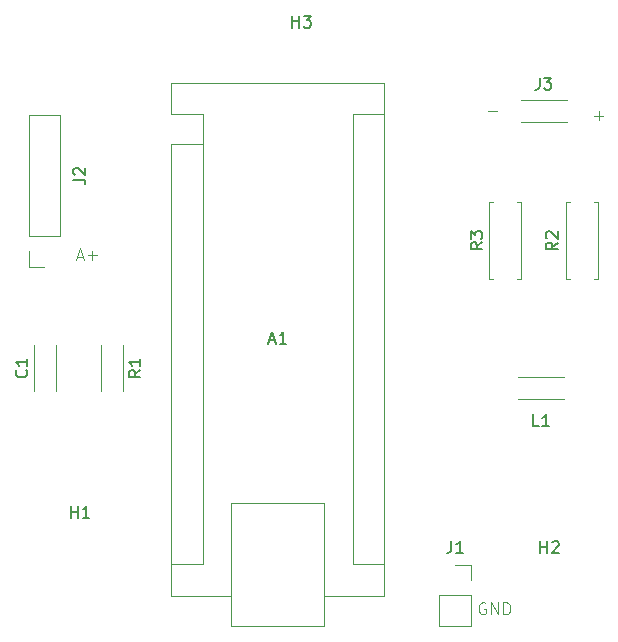
<source format=gbr>
%TF.GenerationSoftware,KiCad,Pcbnew,9.0.0*%
%TF.CreationDate,2025-03-11T22:59:59-03:00*%
%TF.ProjectId,TransmitterPCB,5472616e-736d-4697-9474-65725043422e,rev?*%
%TF.SameCoordinates,Original*%
%TF.FileFunction,Legend,Top*%
%TF.FilePolarity,Positive*%
%FSLAX46Y46*%
G04 Gerber Fmt 4.6, Leading zero omitted, Abs format (unit mm)*
G04 Created by KiCad (PCBNEW 9.0.0) date 2025-03-11 22:59:59*
%MOMM*%
%LPD*%
G01*
G04 APERTURE LIST*
%ADD10C,0.100000*%
%ADD11C,0.150000*%
%ADD12C,0.120000*%
G04 APERTURE END LIST*
D10*
X158577693Y-110920038D02*
X158482455Y-110872419D01*
X158482455Y-110872419D02*
X158339598Y-110872419D01*
X158339598Y-110872419D02*
X158196741Y-110920038D01*
X158196741Y-110920038D02*
X158101503Y-111015276D01*
X158101503Y-111015276D02*
X158053884Y-111110514D01*
X158053884Y-111110514D02*
X158006265Y-111300990D01*
X158006265Y-111300990D02*
X158006265Y-111443847D01*
X158006265Y-111443847D02*
X158053884Y-111634323D01*
X158053884Y-111634323D02*
X158101503Y-111729561D01*
X158101503Y-111729561D02*
X158196741Y-111824800D01*
X158196741Y-111824800D02*
X158339598Y-111872419D01*
X158339598Y-111872419D02*
X158434836Y-111872419D01*
X158434836Y-111872419D02*
X158577693Y-111824800D01*
X158577693Y-111824800D02*
X158625312Y-111777180D01*
X158625312Y-111777180D02*
X158625312Y-111443847D01*
X158625312Y-111443847D02*
X158434836Y-111443847D01*
X159053884Y-111872419D02*
X159053884Y-110872419D01*
X159053884Y-110872419D02*
X159625312Y-111872419D01*
X159625312Y-111872419D02*
X159625312Y-110872419D01*
X160101503Y-111872419D02*
X160101503Y-110872419D01*
X160101503Y-110872419D02*
X160339598Y-110872419D01*
X160339598Y-110872419D02*
X160482455Y-110920038D01*
X160482455Y-110920038D02*
X160577693Y-111015276D01*
X160577693Y-111015276D02*
X160625312Y-111110514D01*
X160625312Y-111110514D02*
X160672931Y-111300990D01*
X160672931Y-111300990D02*
X160672931Y-111443847D01*
X160672931Y-111443847D02*
X160625312Y-111634323D01*
X160625312Y-111634323D02*
X160577693Y-111729561D01*
X160577693Y-111729561D02*
X160482455Y-111824800D01*
X160482455Y-111824800D02*
X160339598Y-111872419D01*
X160339598Y-111872419D02*
X160101503Y-111872419D01*
X158803884Y-69241466D02*
X159565789Y-69241466D01*
X167803884Y-69661466D02*
X168565789Y-69661466D01*
X168184836Y-70042419D02*
X168184836Y-69280514D01*
X124006265Y-81586704D02*
X124482455Y-81586704D01*
X123911027Y-81872419D02*
X124244360Y-80872419D01*
X124244360Y-80872419D02*
X124577693Y-81872419D01*
X124911027Y-81491466D02*
X125672932Y-81491466D01*
X125291979Y-81872419D02*
X125291979Y-81110514D01*
D11*
X142238095Y-62204819D02*
X142238095Y-61204819D01*
X142238095Y-61681009D02*
X142809523Y-61681009D01*
X142809523Y-62204819D02*
X142809523Y-61204819D01*
X143190476Y-61204819D02*
X143809523Y-61204819D01*
X143809523Y-61204819D02*
X143476190Y-61585771D01*
X143476190Y-61585771D02*
X143619047Y-61585771D01*
X143619047Y-61585771D02*
X143714285Y-61633390D01*
X143714285Y-61633390D02*
X143761904Y-61681009D01*
X143761904Y-61681009D02*
X143809523Y-61776247D01*
X143809523Y-61776247D02*
X143809523Y-62014342D01*
X143809523Y-62014342D02*
X143761904Y-62109580D01*
X143761904Y-62109580D02*
X143714285Y-62157200D01*
X143714285Y-62157200D02*
X143619047Y-62204819D01*
X143619047Y-62204819D02*
X143333333Y-62204819D01*
X143333333Y-62204819D02*
X143238095Y-62157200D01*
X143238095Y-62157200D02*
X143190476Y-62109580D01*
X163238095Y-106704819D02*
X163238095Y-105704819D01*
X163238095Y-106181009D02*
X163809523Y-106181009D01*
X163809523Y-106704819D02*
X163809523Y-105704819D01*
X164238095Y-105800057D02*
X164285714Y-105752438D01*
X164285714Y-105752438D02*
X164380952Y-105704819D01*
X164380952Y-105704819D02*
X164619047Y-105704819D01*
X164619047Y-105704819D02*
X164714285Y-105752438D01*
X164714285Y-105752438D02*
X164761904Y-105800057D01*
X164761904Y-105800057D02*
X164809523Y-105895295D01*
X164809523Y-105895295D02*
X164809523Y-105990533D01*
X164809523Y-105990533D02*
X164761904Y-106133390D01*
X164761904Y-106133390D02*
X164190476Y-106704819D01*
X164190476Y-106704819D02*
X164809523Y-106704819D01*
X123488095Y-103704819D02*
X123488095Y-102704819D01*
X123488095Y-103181009D02*
X124059523Y-103181009D01*
X124059523Y-103704819D02*
X124059523Y-102704819D01*
X125059523Y-103704819D02*
X124488095Y-103704819D01*
X124773809Y-103704819D02*
X124773809Y-102704819D01*
X124773809Y-102704819D02*
X124678571Y-102847676D01*
X124678571Y-102847676D02*
X124583333Y-102942914D01*
X124583333Y-102942914D02*
X124488095Y-102990533D01*
X158334819Y-80396666D02*
X157858628Y-80729999D01*
X158334819Y-80968094D02*
X157334819Y-80968094D01*
X157334819Y-80968094D02*
X157334819Y-80587142D01*
X157334819Y-80587142D02*
X157382438Y-80491904D01*
X157382438Y-80491904D02*
X157430057Y-80444285D01*
X157430057Y-80444285D02*
X157525295Y-80396666D01*
X157525295Y-80396666D02*
X157668152Y-80396666D01*
X157668152Y-80396666D02*
X157763390Y-80444285D01*
X157763390Y-80444285D02*
X157811009Y-80491904D01*
X157811009Y-80491904D02*
X157858628Y-80587142D01*
X157858628Y-80587142D02*
X157858628Y-80968094D01*
X157334819Y-80063332D02*
X157334819Y-79444285D01*
X157334819Y-79444285D02*
X157715771Y-79777618D01*
X157715771Y-79777618D02*
X157715771Y-79634761D01*
X157715771Y-79634761D02*
X157763390Y-79539523D01*
X157763390Y-79539523D02*
X157811009Y-79491904D01*
X157811009Y-79491904D02*
X157906247Y-79444285D01*
X157906247Y-79444285D02*
X158144342Y-79444285D01*
X158144342Y-79444285D02*
X158239580Y-79491904D01*
X158239580Y-79491904D02*
X158287200Y-79539523D01*
X158287200Y-79539523D02*
X158334819Y-79634761D01*
X158334819Y-79634761D02*
X158334819Y-79920475D01*
X158334819Y-79920475D02*
X158287200Y-80015713D01*
X158287200Y-80015713D02*
X158239580Y-80063332D01*
X164704819Y-80416666D02*
X164228628Y-80749999D01*
X164704819Y-80988094D02*
X163704819Y-80988094D01*
X163704819Y-80988094D02*
X163704819Y-80607142D01*
X163704819Y-80607142D02*
X163752438Y-80511904D01*
X163752438Y-80511904D02*
X163800057Y-80464285D01*
X163800057Y-80464285D02*
X163895295Y-80416666D01*
X163895295Y-80416666D02*
X164038152Y-80416666D01*
X164038152Y-80416666D02*
X164133390Y-80464285D01*
X164133390Y-80464285D02*
X164181009Y-80511904D01*
X164181009Y-80511904D02*
X164228628Y-80607142D01*
X164228628Y-80607142D02*
X164228628Y-80988094D01*
X163800057Y-80035713D02*
X163752438Y-79988094D01*
X163752438Y-79988094D02*
X163704819Y-79892856D01*
X163704819Y-79892856D02*
X163704819Y-79654761D01*
X163704819Y-79654761D02*
X163752438Y-79559523D01*
X163752438Y-79559523D02*
X163800057Y-79511904D01*
X163800057Y-79511904D02*
X163895295Y-79464285D01*
X163895295Y-79464285D02*
X163990533Y-79464285D01*
X163990533Y-79464285D02*
X164133390Y-79511904D01*
X164133390Y-79511904D02*
X164704819Y-80083332D01*
X164704819Y-80083332D02*
X164704819Y-79464285D01*
X129374819Y-91206666D02*
X128898628Y-91539999D01*
X129374819Y-91778094D02*
X128374819Y-91778094D01*
X128374819Y-91778094D02*
X128374819Y-91397142D01*
X128374819Y-91397142D02*
X128422438Y-91301904D01*
X128422438Y-91301904D02*
X128470057Y-91254285D01*
X128470057Y-91254285D02*
X128565295Y-91206666D01*
X128565295Y-91206666D02*
X128708152Y-91206666D01*
X128708152Y-91206666D02*
X128803390Y-91254285D01*
X128803390Y-91254285D02*
X128851009Y-91301904D01*
X128851009Y-91301904D02*
X128898628Y-91397142D01*
X128898628Y-91397142D02*
X128898628Y-91778094D01*
X129374819Y-90254285D02*
X129374819Y-90825713D01*
X129374819Y-90539999D02*
X128374819Y-90539999D01*
X128374819Y-90539999D02*
X128517676Y-90635237D01*
X128517676Y-90635237D02*
X128612914Y-90730475D01*
X128612914Y-90730475D02*
X128660533Y-90825713D01*
X163123333Y-95954819D02*
X162647143Y-95954819D01*
X162647143Y-95954819D02*
X162647143Y-94954819D01*
X163980476Y-95954819D02*
X163409048Y-95954819D01*
X163694762Y-95954819D02*
X163694762Y-94954819D01*
X163694762Y-94954819D02*
X163599524Y-95097676D01*
X163599524Y-95097676D02*
X163504286Y-95192914D01*
X163504286Y-95192914D02*
X163409048Y-95240533D01*
X163166666Y-66454819D02*
X163166666Y-67169104D01*
X163166666Y-67169104D02*
X163119047Y-67311961D01*
X163119047Y-67311961D02*
X163023809Y-67407200D01*
X163023809Y-67407200D02*
X162880952Y-67454819D01*
X162880952Y-67454819D02*
X162785714Y-67454819D01*
X163547619Y-66454819D02*
X164166666Y-66454819D01*
X164166666Y-66454819D02*
X163833333Y-66835771D01*
X163833333Y-66835771D02*
X163976190Y-66835771D01*
X163976190Y-66835771D02*
X164071428Y-66883390D01*
X164071428Y-66883390D02*
X164119047Y-66931009D01*
X164119047Y-66931009D02*
X164166666Y-67026247D01*
X164166666Y-67026247D02*
X164166666Y-67264342D01*
X164166666Y-67264342D02*
X164119047Y-67359580D01*
X164119047Y-67359580D02*
X164071428Y-67407200D01*
X164071428Y-67407200D02*
X163976190Y-67454819D01*
X163976190Y-67454819D02*
X163690476Y-67454819D01*
X163690476Y-67454819D02*
X163595238Y-67407200D01*
X163595238Y-67407200D02*
X163547619Y-67359580D01*
X123704819Y-75083333D02*
X124419104Y-75083333D01*
X124419104Y-75083333D02*
X124561961Y-75130952D01*
X124561961Y-75130952D02*
X124657200Y-75226190D01*
X124657200Y-75226190D02*
X124704819Y-75369047D01*
X124704819Y-75369047D02*
X124704819Y-75464285D01*
X123800057Y-74654761D02*
X123752438Y-74607142D01*
X123752438Y-74607142D02*
X123704819Y-74511904D01*
X123704819Y-74511904D02*
X123704819Y-74273809D01*
X123704819Y-74273809D02*
X123752438Y-74178571D01*
X123752438Y-74178571D02*
X123800057Y-74130952D01*
X123800057Y-74130952D02*
X123895295Y-74083333D01*
X123895295Y-74083333D02*
X123990533Y-74083333D01*
X123990533Y-74083333D02*
X124133390Y-74130952D01*
X124133390Y-74130952D02*
X124704819Y-74702380D01*
X124704819Y-74702380D02*
X124704819Y-74083333D01*
X155691666Y-105684819D02*
X155691666Y-106399104D01*
X155691666Y-106399104D02*
X155644047Y-106541961D01*
X155644047Y-106541961D02*
X155548809Y-106637200D01*
X155548809Y-106637200D02*
X155405952Y-106684819D01*
X155405952Y-106684819D02*
X155310714Y-106684819D01*
X156691666Y-106684819D02*
X156120238Y-106684819D01*
X156405952Y-106684819D02*
X156405952Y-105684819D01*
X156405952Y-105684819D02*
X156310714Y-105827676D01*
X156310714Y-105827676D02*
X156215476Y-105922914D01*
X156215476Y-105922914D02*
X156120238Y-105970533D01*
X119714580Y-91206666D02*
X119762200Y-91254285D01*
X119762200Y-91254285D02*
X119809819Y-91397142D01*
X119809819Y-91397142D02*
X119809819Y-91492380D01*
X119809819Y-91492380D02*
X119762200Y-91635237D01*
X119762200Y-91635237D02*
X119666961Y-91730475D01*
X119666961Y-91730475D02*
X119571723Y-91778094D01*
X119571723Y-91778094D02*
X119381247Y-91825713D01*
X119381247Y-91825713D02*
X119238390Y-91825713D01*
X119238390Y-91825713D02*
X119047914Y-91778094D01*
X119047914Y-91778094D02*
X118952676Y-91730475D01*
X118952676Y-91730475D02*
X118857438Y-91635237D01*
X118857438Y-91635237D02*
X118809819Y-91492380D01*
X118809819Y-91492380D02*
X118809819Y-91397142D01*
X118809819Y-91397142D02*
X118857438Y-91254285D01*
X118857438Y-91254285D02*
X118905057Y-91206666D01*
X119809819Y-90254285D02*
X119809819Y-90825713D01*
X119809819Y-90539999D02*
X118809819Y-90539999D01*
X118809819Y-90539999D02*
X118952676Y-90635237D01*
X118952676Y-90635237D02*
X119047914Y-90730475D01*
X119047914Y-90730475D02*
X119095533Y-90825713D01*
X140305714Y-88669104D02*
X140781904Y-88669104D01*
X140210476Y-88954819D02*
X140543809Y-87954819D01*
X140543809Y-87954819D02*
X140877142Y-88954819D01*
X141734285Y-88954819D02*
X141162857Y-88954819D01*
X141448571Y-88954819D02*
X141448571Y-87954819D01*
X141448571Y-87954819D02*
X141353333Y-88097676D01*
X141353333Y-88097676D02*
X141258095Y-88192914D01*
X141258095Y-88192914D02*
X141162857Y-88240533D01*
D12*
%TO.C,R3*%
X158880000Y-83500000D02*
X158880000Y-76960000D01*
X159210000Y-83500000D02*
X158880000Y-83500000D01*
X161290000Y-83500000D02*
X161620000Y-83500000D01*
X161620000Y-83500000D02*
X161620000Y-76960000D01*
X158880000Y-76960000D02*
X159210000Y-76960000D01*
X161620000Y-76960000D02*
X161290000Y-76960000D01*
%TO.C,R2*%
X168120000Y-76960000D02*
X168120000Y-83500000D01*
X167790000Y-76960000D02*
X168120000Y-76960000D01*
X165710000Y-76960000D02*
X165380000Y-76960000D01*
X165380000Y-76960000D02*
X165380000Y-83500000D01*
X168120000Y-83500000D02*
X167790000Y-83500000D01*
X165380000Y-83500000D02*
X165710000Y-83500000D01*
%TO.C,R1*%
X127920000Y-89120000D02*
X127920000Y-92960000D01*
X126080000Y-89120000D02*
X126080000Y-92960000D01*
%TO.C,L1*%
X161370000Y-91830000D02*
X165210000Y-91830000D01*
X161370000Y-93670000D02*
X165210000Y-93670000D01*
%TO.C,J3*%
X161620000Y-68330000D02*
X165460000Y-68330000D01*
X161620000Y-70170000D02*
X165460000Y-70170000D01*
%TO.C,J2*%
X122580000Y-79850000D02*
X122580000Y-69630000D01*
X122580000Y-79850000D02*
X119920000Y-79850000D01*
X122580000Y-69630000D02*
X119920000Y-69630000D01*
X121250000Y-82450000D02*
X119920000Y-82450000D01*
X119920000Y-82450000D02*
X119920000Y-81120000D01*
X119920000Y-79850000D02*
X119920000Y-69630000D01*
%TO.C,J1*%
X154695000Y-110270000D02*
X154695000Y-112870000D01*
X154695000Y-110270000D02*
X157355000Y-110270000D01*
X154695000Y-112870000D02*
X157355000Y-112870000D01*
X156025000Y-107670000D02*
X157355000Y-107670000D01*
X157355000Y-107670000D02*
X157355000Y-109000000D01*
X157355000Y-110270000D02*
X157355000Y-112870000D01*
%TO.C,C1*%
X120355000Y-92960000D02*
X120355000Y-89120000D01*
X122195000Y-92960000D02*
X122195000Y-89120000D01*
%TO.C,A1*%
X132000000Y-66880000D02*
X132000000Y-69550000D01*
X132000000Y-72090000D02*
X132000000Y-110320000D01*
X132000000Y-110320000D02*
X137080000Y-110320000D01*
X134670000Y-69550000D02*
X132000000Y-69550000D01*
X134670000Y-72090000D02*
X132000000Y-72090000D01*
X134670000Y-72090000D02*
X134670000Y-69550000D01*
X134670000Y-72090000D02*
X134670000Y-107650000D01*
X134670000Y-107650000D02*
X132000000Y-107650000D01*
X137080000Y-102440000D02*
X144960000Y-102440000D01*
X137080000Y-112860000D02*
X137080000Y-102440000D01*
X144960000Y-102440000D02*
X144960000Y-112860000D01*
X144960000Y-112860000D02*
X137080000Y-112860000D01*
X147370000Y-69550000D02*
X147370000Y-107650000D01*
X147370000Y-69550000D02*
X150040000Y-69550000D01*
X147370000Y-107650000D02*
X150040000Y-107650000D01*
X150040000Y-66880000D02*
X132000000Y-66880000D01*
X150040000Y-110320000D02*
X144960000Y-110320000D01*
X150040000Y-110320000D02*
X150040000Y-66880000D01*
%TD*%
M02*

</source>
